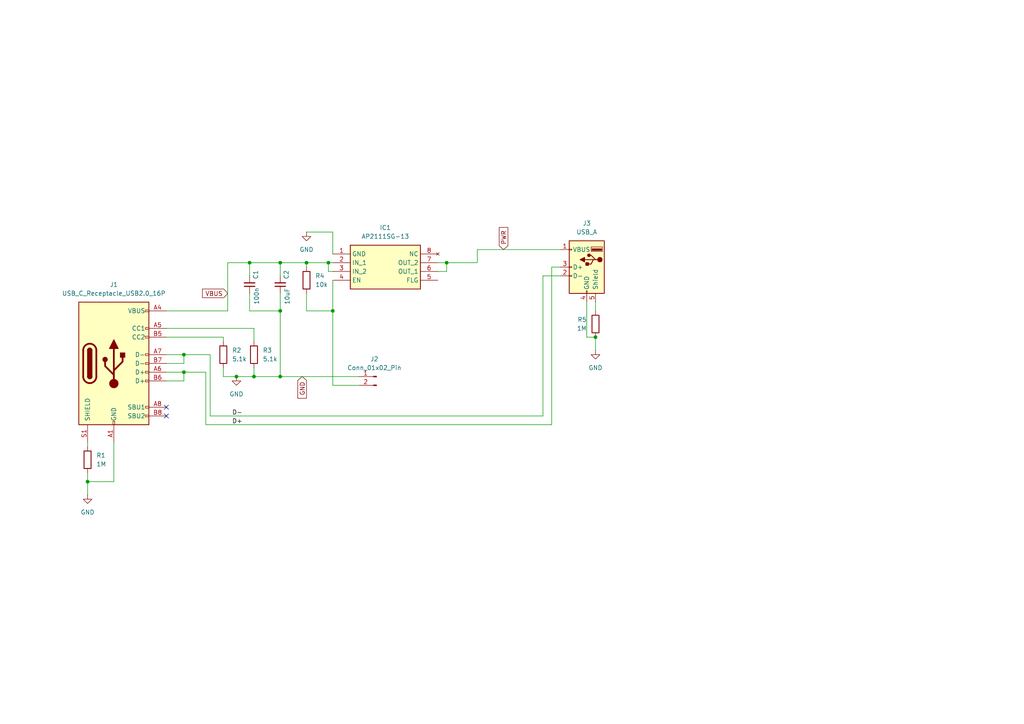
<source format=kicad_sch>
(kicad_sch (version 20231120) (generator "eeschema") (generator_version "8.0")
  (paper "A4")
  (lib_symbols
    (symbol "AP2111SG-13:AP2111SG-13"
      (property "Reference" "IC" (at 26.67 7.62 0))
      (property "Value" "AP2111SG-13" (at 26.67 5.08 0))
      (symbol "AP2111SG-13_1_1"
        (rectangle (start 5.08 2.54) (end 25.4 -10.16) (stroke (width 0.254)) (fill (type background)))
        (pin passive line (at 0 0 0) (length 5.08) (name "GND") (number "1"))
        (pin passive line (at 0 -2.54 0) (length 5.08) (name "IN_1") (number "2"))
        (pin passive line (at 0 -5.08 0) (length 5.08) (name "IN_2") (number "3"))
        (pin passive line (at 0 -7.62 0) (length 5.08) (name "EN") (number "4"))
        (pin passive line (at 30.48 -7.62 180) (length 5.08) (name "FLG") (number "5"))
        (pin passive line (at 30.48 -5.08 180) (length 5.08) (name "OUT_1") (number "6"))
        (pin passive line (at 30.48 -2.54 180) (length 5.08) (name "OUT_2") (number "7"))
        (pin no_connect line (at 30.48 0 180) (length 5.08) (name "NC") (number "8"))
      )
    )
    (symbol "Connector:Conn_01x02_Pin" (pin_names (offset 1.016) hide)
      (property "Reference" "J" (at 0 2.54 0))
      (property "Value" "Conn_01x02_Pin" (at 0 -5.08 0))
      (symbol "Conn_01x02_Pin_1_1"
        (polyline (pts (xy 1.27 -2.54) (xy 0.8636 -2.54)) (stroke (width 0.1524)))
        (polyline (pts (xy 1.27 0) (xy 0.8636 0)) (stroke (width 0.1524)))
        (rectangle (start 0.8636 -2.413) (end 0 -2.667) (stroke (width 0.1524)) (fill (type outline)))
        (rectangle (start 0.8636 0.127) (end 0 -0.127) (stroke (width 0.1524)) (fill (type outline)))
        (pin passive line (at 5.08 0 180) (length 3.81) (name "Pin_1") (number "1"))
        (pin passive line (at 5.08 -2.54 180) (length 3.81) (name "Pin_2") (number "2"))
      )
    )
    (symbol "Connector:USB_A" (pin_names (offset 1.016))
      (property "Reference" "J" (at -5.08 11.43 0))
      (property "Value" "USB_A" (at -5.08 8.89 0))
      (symbol "USB_A_0_1"
        (rectangle (start -5.08 -7.62) (end 5.08 7.62) (stroke (width 0.254)) (fill (type background)))
        (circle (center -3.81 2.159) (radius 0.635) (stroke (width 0.254)) (fill (type outline)))
        (rectangle (start -1.524 4.826) (end -4.318 5.334) (fill (type outline)))
        (rectangle (start -1.27 4.572) (end -4.572 5.842))
        (circle (center -0.635 3.429) (radius 0.381) (stroke (width 0.254)) (fill (type outline)))
        (rectangle (start -0.127 -7.62) (end 0.127 -6.858))
        (polyline (pts (xy -3.175 2.159) (xy -2.54 2.159) (xy -1.27 3.429) (xy -0.635 3.429)) (stroke (width 0.254)))
        (polyline (pts (xy -2.54 2.159) (xy -1.905 2.159) (xy -1.27 0.889) (xy 0 0.889)) (stroke (width 0.254)))
        (polyline (pts (xy 0.635 2.794) (xy 0.635 1.524) (xy 1.905 2.159) (xy 0.635 2.794)) (stroke (width 0.254)) (fill (type outline)))
        (rectangle (start 0.254 1.27) (end -0.508 0.508) (stroke (width 0.254)) (fill (type outline)))
        (rectangle (start 5.08 -2.667) (end 4.318 -2.413))
        (rectangle (start 5.08 -0.127) (end 4.318 0.127))
        (rectangle (start 5.08 4.953) (end 4.318 5.207))
      )
      (symbol "USB_A_1_1"
        (polyline (pts (xy -1.905 2.159) (xy 0.635 2.159)) (stroke (width 0.254)))
        (pin power_in line (at 7.62 5.08 180) (length 2.54) (name "VBUS") (number "1"))
        (pin bidirectional line (at 7.62 -2.54 180) (length 2.54) (name "D-") (number "2"))
        (pin bidirectional line (at 7.62 0 180) (length 2.54) (name "D+") (number "3"))
        (pin power_in line (at 0 -10.16 90) (length 2.54) (name "GND") (number "4"))
        (pin passive line (at -2.54 -10.16 90) (length 2.54) (name "Shield") (number "5"))
      )
    )
    (symbol "Connector:USB_C_Receptacle_USB2.0_16P" (pin_names (offset 1.016))
      (property "Reference" "J" (at 0 22.225 0))
      (property "Value" "USB_C_Receptacle_USB2.0_16P" (at 0 19.685 0))
      (symbol "USB_C_Receptacle_USB2.0_16P_0_0"
        (rectangle (start -0.254 -17.78) (end 0.254 -16.764))
        (rectangle (start 10.16 -14.986) (end 9.144 -15.494))
        (rectangle (start 10.16 -12.446) (end 9.144 -12.954))
        (rectangle (start 10.16 -4.826) (end 9.144 -5.334))
        (rectangle (start 10.16 -2.286) (end 9.144 -2.794))
        (rectangle (start 10.16 0.254) (end 9.144 -0.254))
        (rectangle (start 10.16 2.794) (end 9.144 2.286))
        (rectangle (start 10.16 7.874) (end 9.144 7.366))
        (rectangle (start 10.16 10.414) (end 9.144 9.906))
        (rectangle (start 10.16 15.494) (end 9.144 14.986))
      )
      (symbol "USB_C_Receptacle_USB2.0_16P_0_1"
        (rectangle (start -10.16 17.78) (end 10.16 -17.78) (stroke (width 0.254)) (fill (type background)))
        (arc (start -8.89 -3.81) (mid -6.985 -5.7067) (end -5.08 -3.81) (stroke (width 0.508)))
        (arc (start -7.62 -3.81) (mid -6.985 -4.4423) (end -6.35 -3.81) (stroke (width 0.254)))
        (arc (start -7.62 -3.81) (mid -6.985 -4.4423) (end -6.35 -3.81) (stroke (width 0.254)) (fill (type outline)))
        (rectangle (start -7.62 -3.81) (end -6.35 3.81) (stroke (width 0.254)) (fill (type outline)))
        (arc (start -6.35 3.81) (mid -6.985 4.4423) (end -7.62 3.81) (stroke (width 0.254)))
        (arc (start -6.35 3.81) (mid -6.985 4.4423) (end -7.62 3.81) (stroke (width 0.254)) (fill (type outline)))
        (arc (start -5.08 3.81) (mid -6.985 5.7067) (end -8.89 3.81) (stroke (width 0.508)))
        (circle (center -2.54 1.143) (radius 0.635) (stroke (width 0.254)) (fill (type outline)))
        (circle (center 0 -5.842) (radius 1.27) (fill (type outline)))
        (polyline (pts (xy -8.89 -3.81) (xy -8.89 3.81)) (stroke (width 0.508)))
        (polyline (pts (xy -5.08 3.81) (xy -5.08 -3.81)) (stroke (width 0.508)))
        (polyline (pts (xy 0 -5.842) (xy 0 4.318)) (stroke (width 0.508)))
        (polyline (pts (xy 0 -3.302) (xy -2.54 -0.762) (xy -2.54 0.508)) (stroke (width 0.508)))
        (polyline (pts (xy 0 -2.032) (xy 2.54 0.508) (xy 2.54 1.778)) (stroke (width 0.508)))
        (polyline (pts (xy -1.27 4.318) (xy 0 6.858) (xy 1.27 4.318) (xy -1.27 4.318)) (stroke (width 0.254)) (fill (type outline)))
        (rectangle (start 1.905 1.778) (end 3.175 3.048) (stroke (width 0.254)) (fill (type outline)))
      )
      (symbol "USB_C_Receptacle_USB2.0_16P_1_1"
        (pin passive line (at 0 -22.86 90) (length 5.08) (name "GND") (number "A1"))
        (pin passive line (at 0 -22.86 90) (length 5.08) hide (name "GND") (number "A12"))
        (pin passive line (at 15.24 15.24 180) (length 5.08) (name "VBUS") (number "A4"))
        (pin bidirectional line (at 15.24 10.16 180) (length 5.08) (name "CC1") (number "A5"))
        (pin bidirectional line (at 15.24 -2.54 180) (length 5.08) (name "D+") (number "A6"))
        (pin bidirectional line (at 15.24 2.54 180) (length 5.08) (name "D-") (number "A7"))
        (pin bidirectional line (at 15.24 -12.7 180) (length 5.08) (name "SBU1") (number "A8"))
        (pin passive line (at 15.24 15.24 180) (length 5.08) hide (name "VBUS") (number "A9"))
        (pin passive line (at 0 -22.86 90) (length 5.08) hide (name "GND") (number "B1"))
        (pin passive line (at 0 -22.86 90) (length 5.08) hide (name "GND") (number "B12"))
        (pin passive line (at 15.24 15.24 180) (length 5.08) hide (name "VBUS") (number "B4"))
        (pin bidirectional line (at 15.24 7.62 180) (length 5.08) (name "CC2") (number "B5"))
        (pin bidirectional line (at 15.24 -5.08 180) (length 5.08) (name "D+") (number "B6"))
        (pin bidirectional line (at 15.24 0 180) (length 5.08) (name "D-") (number "B7"))
        (pin bidirectional line (at 15.24 -15.24 180) (length 5.08) (name "SBU2") (number "B8"))
        (pin passive line (at 15.24 15.24 180) (length 5.08) hide (name "VBUS") (number "B9"))
        (pin passive line (at -7.62 -22.86 90) (length 5.08) (name "SHIELD") (number "S1"))
      )
    )
    (symbol "Device:C_Small" (pin_numbers hide) (pin_names (offset 0.254) hide)
      (property "Reference" "C" (at 0.254 1.778 0))
      (property "Value" "C_Small" (at 0.254 -2.032 0))
      (symbol "C_Small_0_1"
        (polyline (pts (xy -1.524 -0.508) (xy 1.524 -0.508)) (stroke (width 0.3302)))
        (polyline (pts (xy -1.524 0.508) (xy 1.524 0.508)) (stroke (width 0.3048)))
      )
      (symbol "C_Small_1_1"
        (pin passive line (at 0 2.54 270) (length 2.032) (name "~") (number "1"))
        (pin passive line (at 0 -2.54 90) (length 2.032) (name "~") (number "2"))
      )
    )
    (symbol "Device:R" (pin_numbers hide) (pin_names (offset 0))
      (property "Reference" "R" (at 2.032 0 90))
      (property "Value" "R" (at 0 0 90))
      (symbol "R_0_1"
        (rectangle (start -1.016 -2.54) (end 1.016 2.54) (stroke (width 0.254)))
      )
      (symbol "R_1_1"
        (pin passive line (at 0 3.81 270) (length 1.27) (name "~") (number "1"))
        (pin passive line (at 0 -3.81 90) (length 1.27) (name "~") (number "2"))
      )
    )
    (symbol "power:GND" (power) (pin_numbers hide) (pin_names (offset 0) hide)
      (property "Value" "GND" (at 0 -3.81 0))
      (symbol "GND_0_1"
        (polyline (pts (xy 0 0) (xy 0 -1.27) (xy 1.27 -1.27) (xy 0 -2.54) (xy -1.27 -1.27) (xy 0 -1.27)))
      )
      (symbol "GND_1_1"
        (pin power_in line (at 0 0 270) (length 0) (name "~") (number "1"))
      )
    )
  )
  (junction (at 53.34 102.87))
  (junction (at 72.39 76.2))
  (junction (at 81.28 90.17))
  (junction (at 68.58 109.22))
  (junction (at 95.25 76.2))
  (junction (at 73.66 109.22))
  (junction (at 81.28 76.2))
  (junction (at 81.28 109.22))
  (junction (at 129.54 76.2))
  (junction (at 88.9 76.2))
  (junction (at 53.34 107.95))
  (junction (at 25.4 139.7))
  (junction (at 172.72 97.79))
  (junction (at 96.52 90.17))
  (no_connect (at 48.26 118.11))
  (no_connect (at 48.26 120.65))
  (wire (pts (xy 60.96 120.65) (xy 60.96 102.87)))
  (wire (pts (xy 81.28 109.22) (xy 104.14 109.22)))
  (wire (pts (xy 170.18 97.79) (xy 170.18 87.63)))
  (wire (pts (xy 66.04 90.17) (xy 66.04 76.2)))
  (wire (pts (xy 64.77 106.68) (xy 64.77 109.22)))
  (wire (pts (xy 64.77 97.79) (xy 48.26 97.79)))
  (wire (pts (xy 96.52 111.76) (xy 104.14 111.76)))
  (wire (pts (xy 73.66 95.25) (xy 73.66 99.06)))
  (wire (pts (xy 33.02 139.7) (xy 25.4 139.7)))
  (wire (pts (xy 48.26 95.25) (xy 73.66 95.25)))
  (wire (pts (xy 72.39 85.09) (xy 72.39 90.17)))
  (wire (pts (xy 53.34 102.87) (xy 53.34 105.41)))
  (wire (pts (xy 172.72 97.79) (xy 170.18 97.79)))
  (wire (pts (xy 53.34 110.49) (xy 53.34 107.95)))
  (wire (pts (xy 68.58 109.22) (xy 73.66 109.22)))
  (wire (pts (xy 96.52 67.31) (xy 96.52 73.66)))
  (wire (pts (xy 66.04 76.2) (xy 72.39 76.2)))
  (wire (pts (xy 127 78.74) (xy 129.54 78.74)))
  (wire (pts (xy 172.72 97.79) (xy 172.72 101.6)))
  (wire (pts (xy 127 76.2) (xy 129.54 76.2)))
  (wire (pts (xy 73.66 109.22) (xy 81.28 109.22)))
  (wire (pts (xy 88.9 76.2) (xy 88.9 77.47)))
  (wire (pts (xy 96.52 90.17) (xy 88.9 90.17)))
  (wire (pts (xy 88.9 67.31) (xy 96.52 67.31)))
  (wire (pts (xy 48.26 110.49) (xy 53.34 110.49)))
  (wire (pts (xy 81.28 76.2) (xy 88.9 76.2)))
  (wire (pts (xy 73.66 106.68) (xy 73.66 109.22)))
  (wire (pts (xy 60.96 102.87) (xy 53.34 102.87)))
  (wire (pts (xy 88.9 76.2) (xy 95.25 76.2)))
  (wire (pts (xy 33.02 128.27) (xy 33.02 139.7)))
  (wire (pts (xy 60.96 120.65) (xy 157.48 120.65)))
  (wire (pts (xy 25.4 139.7) (xy 25.4 143.51)))
  (wire (pts (xy 96.52 90.17) (xy 96.52 111.76)))
  (wire (pts (xy 138.43 76.2) (xy 138.43 72.39)))
  (wire (pts (xy 88.9 90.17) (xy 88.9 85.09)))
  (wire (pts (xy 64.77 97.79) (xy 64.77 99.06)))
  (wire (pts (xy 59.69 107.95) (xy 53.34 107.95)))
  (wire (pts (xy 138.43 72.39) (xy 162.56 72.39)))
  (wire (pts (xy 81.28 90.17) (xy 81.28 109.22)))
  (wire (pts (xy 95.25 76.2) (xy 96.52 76.2)))
  (wire (pts (xy 96.52 81.28) (xy 96.52 90.17)))
  (wire (pts (xy 81.28 76.2) (xy 81.28 80.01)))
  (wire (pts (xy 81.28 85.09) (xy 81.28 90.17)))
  (wire (pts (xy 160.02 77.47) (xy 160.02 123.19)))
  (wire (pts (xy 25.4 137.16) (xy 25.4 139.7)))
  (wire (pts (xy 53.34 107.95) (xy 48.26 107.95)))
  (wire (pts (xy 59.69 107.95) (xy 59.69 123.19)))
  (wire (pts (xy 162.56 77.47) (xy 160.02 77.47)))
  (wire (pts (xy 96.52 78.74) (xy 95.25 78.74)))
  (wire (pts (xy 48.26 102.87) (xy 53.34 102.87)))
  (wire (pts (xy 129.54 78.74) (xy 129.54 76.2)))
  (wire (pts (xy 72.39 90.17) (xy 81.28 90.17)))
  (wire (pts (xy 53.34 105.41) (xy 48.26 105.41)))
  (wire (pts (xy 95.25 78.74) (xy 95.25 76.2)))
  (wire (pts (xy 157.48 80.01) (xy 162.56 80.01)))
  (wire (pts (xy 64.77 109.22) (xy 68.58 109.22)))
  (wire (pts (xy 48.26 90.17) (xy 66.04 90.17)))
  (wire (pts (xy 157.48 120.65) (xy 157.48 80.01)))
  (wire (pts (xy 59.69 123.19) (xy 160.02 123.19)))
  (wire (pts (xy 25.4 128.27) (xy 25.4 129.54)))
  (wire (pts (xy 129.54 76.2) (xy 138.43 76.2)))
  (wire (pts (xy 172.72 87.63) (xy 172.72 90.17)))
  (wire (pts (xy 72.39 76.2) (xy 72.39 80.01)))
  (wire (pts (xy 72.39 76.2) (xy 81.28 76.2)))
  (label "D-" (at 67.31 120.65 0))
  (label "D+" (at 67.31 123.19 0))
  (global_label "GND" (shape input) (at 87.63 109.22 270) (property "Intersheetrefs" "${INTERSHEET_REFS}" (effects (hide yes))))
  (global_label "VBUS" (shape input) (at 66.04 85.09 180) (property "Intersheetrefs" "${INTERSHEET_REFS}" (effects (hide yes))))
  (global_label "PWR" (shape input) (at 146.05 72.39 90) (property "Intersheetrefs" "${INTERSHEET_REFS}" (effects (hide yes))))
  (symbol (lib_id "Connector:Conn_01x02_Pin") (at 109.22 109.22 0) (mirror y) (unit 1)
    (property "Reference" "J2" (at 108.585 104.14 0))
    (property "Value" "Conn_01x02_Pin" (at 108.585 106.68 0))
    (property "Footprint" "Connector_JST:JST_PH_B2B-PH-K_1x02_P2.00mm_Vertical" (effects (hide yes)))
    (property "Description" "Generic connector, single row, 01x02, script generated" (effects (hide yes)))
  )
  (symbol (lib_id "Device:R") (at 172.72 93.98 0) (mirror y) (unit 1)
    (property "Reference" "R5" (at 170.18 92.7099 0) (effects (justify left)))
    (property "Value" "1M" (at 170.18 95.2499 0) (effects (justify left)))
    (property "Footprint" "Resistor_SMD:R_0603_1608Metric" (effects (hide yes)))
    (property "Description" "Resistor" (effects (hide yes)))
    (property "LCSC" "C22935" (effects (hide yes)))
    (property "Price" "0.001" (effects (hide yes)))
    (property "Production.LCSC" "C22935" (effects (hide yes)))
  )
  (symbol (lib_id "Device:R") (at 25.4 133.35 0) (unit 1)
    (property "Reference" "R1" (at 27.94 132.0799 0) (effects (justify left)))
    (property "Value" "1M" (at 27.94 134.6199 0) (effects (justify left)))
    (property "Footprint" "Resistor_SMD:R_0603_1608Metric" (effects (hide yes)))
    (property "Description" "Resistor" (effects (hide yes)))
    (property "LCSC" "C22935" (effects (hide yes)))
    (property "Price" "0.001" (effects (hide yes)))
    (property "Production.LCSC" "C22935" (effects (hide yes)))
  )
  (symbol (lib_id "Connector:USB_C_Receptacle_USB2.0_16P") (at 33.02 105.41 0) (unit 1)
    (property "Reference" "J1" (at 33.02 82.55 0))
    (property "Value" "USB_C_Receptacle_USB2.0_16P" (at 33.02 85.09 0))
    (property "Footprint" "Connector_USB:USB_C_Receptacle_HRO_TYPE-C-31-M-12" (effects (hide yes)))
    (property "Datasheet" "https://www.usb.org/sites/default/files/documents/usb_type-c.zip" (effects (hide yes)))
    (property "Description" "USB 2.0-only 16P Type-C Receptacle connector" (effects (hide yes)))
    (property "LCSC" "C2988369" (effects (hide yes)))
    (property "Price" "0.0759" (effects (hide yes)))
    (property "Production.LCSC" "C2988369" (effects (hide yes)))
  )
  (symbol (lib_id "power:GND") (at 172.72 101.6 0) (mirror y) (unit 1)
    (property "Reference" "#PWR04" (effects (hide yes)))
    (property "Value" "GND" (at 172.72 106.68 0))
    (property "Description" "Power symbol creates a global label with name \"GND\" , ground" (effects (hide yes)))
  )
  (symbol (lib_id "Device:R") (at 88.9 81.28 0) (unit 1)
    (property "Reference" "R4" (at 91.44 80.0099 0) (effects (justify left)))
    (property "Value" "10k" (at 91.44 82.5499 0) (effects (justify left)))
    (property "Footprint" "Resistor_SMD:R_0603_1608Metric" (effects (hide yes)))
    (property "Description" "Resistor" (effects (hide yes)))
    (property "LCSC" "C25804" (effects (hide yes)))
    (property "Price" "0.001" (effects (hide yes)))
    (property "Production.LCSC" "C25804" (effects (hide yes)))
  )
  (symbol (lib_id "Device:R") (at 64.77 102.87 0) (unit 1)
    (property "Reference" "R2" (at 67.31 101.5999 0) (effects (justify left)))
    (property "Value" "5.1k" (at 67.31 104.1399 0) (effects (justify left)))
    (property "Footprint" "Resistor_SMD:R_0603_1608Metric" (effects (hide yes)))
    (property "Description" "Resistor" (effects (hide yes)))
    (property "LCSC" "C23186" (effects (hide yes)))
    (property "Price" "0.0010" (effects (hide yes)))
    (property "Production.LCSC" "C23186" (effects (hide yes)))
  )
  (symbol (lib_id "power:GND") (at 68.58 109.22 0) (unit 1)
    (property "Reference" "#PWR02" (effects (hide yes)))
    (property "Value" "GND" (at 68.58 114.3 0))
    (property "Description" "Power symbol creates a global label with name \"GND\" , ground" (effects (hide yes)))
  )
  (symbol (lib_id "Device:R") (at 73.66 102.87 0) (unit 1)
    (property "Reference" "R3" (at 76.2 101.5999 0) (effects (justify left)))
    (property "Value" "5.1k" (at 76.2 104.1399 0) (effects (justify left)))
    (property "Footprint" "Resistor_SMD:R_0603_1608Metric" (effects (hide yes)))
    (property "Description" "Resistor" (effects (hide yes)))
    (property "LCSC" "C23186" (effects (hide yes)))
    (property "Price" "0.0010" (effects (hide yes)))
    (property "Production.LCSC" "C23186" (effects (hide yes)))
  )
  (symbol (lib_id "Device:C_Small") (at 81.28 82.55 180) (unit 1)
    (property "Reference" "C2" (at 83.058 81.026 90) (effects (justify right)))
    (property "Value" "10uF" (at 83.312 88.392 90) (effects (justify right)))
    (property "Footprint" "Capacitor_SMD:C_0603_1608Metric" (effects (hide yes)))
    (property "Description" "Unpolarized capacitor, small symbol" (effects (hide yes)))
    (property "LCSC" "C19702" (effects (hide yes)))
    (property "Price" "0.0021" (effects (hide yes)))
    (property "Production.LCSC" "C19702" (effects (hide yes)))
    (property "Jlcpcb Class" "B" (effects (hide yes)))
  )
  (symbol (lib_id "AP2111SG-13:AP2111SG-13") (at 96.52 73.66 0) (unit 1)
    (property "Reference" "IC1" (at 111.76 66.04 0))
    (property "Value" "AP2111SG-13" (at 111.76 68.58 0))
    (property "Footprint" "USBPowerCut2:SOIC127P600X175-8N" (effects (hide yes)))
    (property "Datasheet" "https://www.diodes.com//assets/Datasheets/AP2101_2111.pdf" (effects (hide yes)))
    (property "Description" "Power Switch ICs - Power Distribution 2A/5.5V SNGL CHANL CURRENT-LIMIT USB SW" (effects (hide yes)))
    (property "Height" "1.75" (effects (hide yes)))
    (property "Manufacturer_Name" "Diodes Incorporated" (effects (hide yes)))
    (property "Manufacturer_Part_Number" "AP2111SG-13" (effects (hide yes)))
    (property "Mouser Part Number" "621-AP2111SG-13" (effects (hide yes)))
    (property "Mouser Price/Stock" "https://www.mouser.co.uk/ProductDetail/Diodes-Incorporated/AP2111SG-13?qs=f4CYDwCO%252B%2FGOCkpmQS7nRA%3D%3D" (effects (hide yes)))
    (property "Arrow Part Number" "AP2111SG-13" (effects (hide yes)))
    (property "Arrow Price/Stock" "https://www.arrow.com/en/products/ap2111sg-13/diodes-incorporated?region=nac" (effects (hide yes)))
    (property "LCSC" "C151559" (effects (hide yes)))
  )
  (symbol (lib_id "power:GND") (at 88.9 67.31 0) (unit 1)
    (property "Reference" "#PWR03" (effects (hide yes)))
    (property "Value" "GND" (at 88.9 72.39 0))
    (property "Description" "Power symbol creates a global label with name \"GND\" , ground" (effects (hide yes)))
  )
  (symbol (lib_id "Connector:USB_A") (at 170.18 77.47 0) (mirror y) (unit 1)
    (property "Reference" "J3" (at 170.18 64.77 0))
    (property "Value" "USB_A" (at 170.18 67.31 0))
    (property "Footprint" "Connector_USB:USB_A_CONNFLY_DS1095-WNR0" (effects (hide yes)))
    (property "Description" "USB Type A connector" (effects (hide yes)))
    (property "LCSC" "C19944603" (effects (hide yes)))
  )
  (symbol (lib_id "Device:C_Small") (at 72.39 82.55 180) (unit 1)
    (property "Reference" "C1" (at 74.168 81.026 90) (effects (justify right)))
    (property "Value" "100n" (at 74.422 88.392 90) (effects (justify right)))
    (property "Footprint" "Capacitor_SMD:C_0603_1608Metric" (effects (hide yes)))
    (property "Description" "Unpolarized capacitor, small symbol" (effects (hide yes)))
    (property "LCSC" "C14663" (effects (hide yes)))
    (property "Price" "0.0021" (effects (hide yes)))
    (property "Production.LCSC" "C14663" (effects (hide yes)))
    (property "Jlcpcb Class" "B" (effects (hide yes)))
  )
  (symbol (lib_id "power:GND") (at 25.4 143.51 0) (unit 1)
    (property "Reference" "#PWR01" (effects (hide yes)))
    (property "Value" "GND" (at 25.4 148.59 0))
    (property "Description" "Power symbol creates a global label with name \"GND\" , ground" (effects (hide yes)))
  )
)
</source>
